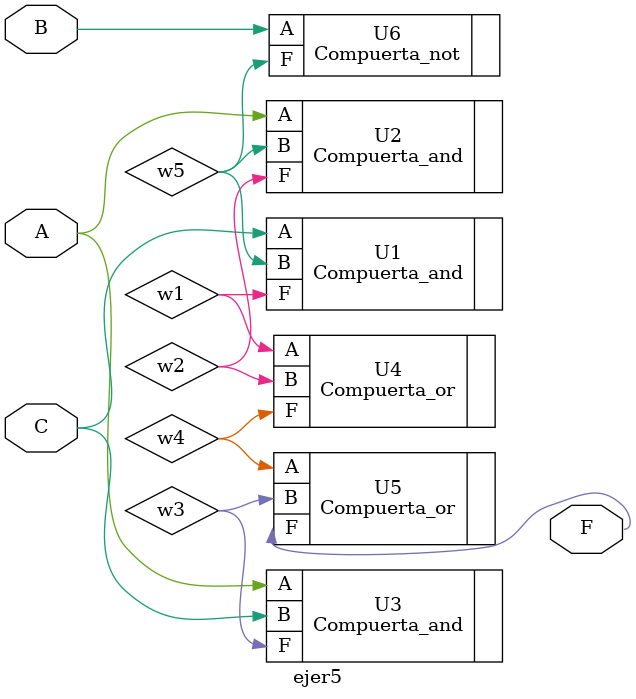
<source format=v>

module ejer5(
	input A,
	input B,
	input C,
	output F
	);

wire w1;
wire w2;
wire w3;
wire w4;
wire w5;

Compuerta_and U1(
.A(C),
.B(w5),
.F(w1)
);
Compuerta_and U2(
.A(A),
.B(w5),
.F(w2)
);
Compuerta_and U3(
.A(A),
.B(C),
.F(w3)
);
Compuerta_or U4(
.A(w1),
.B(w2),
.F(w4)
);
Compuerta_or U5(
.A(w4),
.B(w3),
.F(F)
);
Compuerta_not U6(
.A(B),
.F(w5)
);
endmodule
</source>
